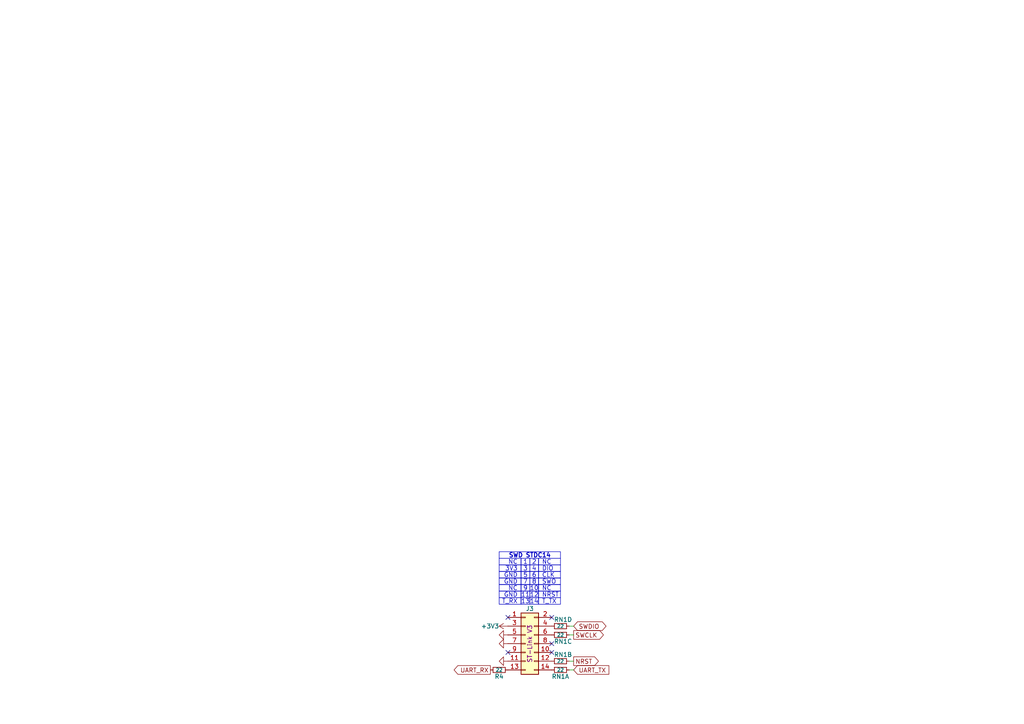
<source format=kicad_sch>
(kicad_sch (version 20250114) (generator "eeschema") (generator_version "9.0")
  (paper "A4")
  (lib_symbols
    (symbol "Connector_Generic:Conn_02x07_Odd_Even" (pin_names (offset 1.016) (hide yes))
      (property "Reference" "J" (at 1.27 10.16 0))
      (property "Value" "Conn_02x07_Odd_Even" (at 1.27 -10.16 0))
      (symbol "Conn_02x07_Odd_Even_1_1"
        (rectangle (start -1.27 8.89) (end 3.81 -8.89) (stroke (width 0.254)) (fill (type background)))
        (rectangle (start -1.27 7.747) (end 0 7.493) (stroke (width 0.1524)))
        (rectangle (start -1.27 5.207) (end 0 4.953) (stroke (width 0.1524)))
        (rectangle (start -1.27 2.667) (end 0 2.413) (stroke (width 0.1524)))
        (rectangle (start -1.27 0.127) (end 0 -0.127) (stroke (width 0.1524)))
        (rectangle (start -1.27 -2.413) (end 0 -2.667) (stroke (width 0.1524)))
        (rectangle (start -1.27 -4.953) (end 0 -5.207) (stroke (width 0.1524)))
        (rectangle (start -1.27 -7.493) (end 0 -7.747) (stroke (width 0.1524)))
        (rectangle (start 3.81 7.747) (end 2.54 7.493) (stroke (width 0.1524)))
        (rectangle (start 3.81 5.207) (end 2.54 4.953) (stroke (width 0.1524)))
        (rectangle (start 3.81 2.667) (end 2.54 2.413) (stroke (width 0.1524)))
        (rectangle (start 3.81 0.127) (end 2.54 -0.127) (stroke (width 0.1524)))
        (rectangle (start 3.81 -2.413) (end 2.54 -2.667) (stroke (width 0.1524)))
        (rectangle (start 3.81 -4.953) (end 2.54 -5.207) (stroke (width 0.1524)))
        (rectangle (start 3.81 -7.493) (end 2.54 -7.747) (stroke (width 0.1524)))
        (pin passive line (at -5.08 7.62 0) (length 3.81) (name "Pin_1") (number "1"))
        (pin passive line (at -5.08 5.08 0) (length 3.81) (name "Pin_3") (number "3"))
        (pin passive line (at -5.08 2.54 0) (length 3.81) (name "Pin_5") (number "5"))
        (pin passive line (at -5.08 0 0) (length 3.81) (name "Pin_7") (number "7"))
        (pin passive line (at -5.08 -2.54 0) (length 3.81) (name "Pin_9") (number "9"))
        (pin passive line (at -5.08 -5.08 0) (length 3.81) (name "Pin_11") (number "11"))
        (pin passive line (at -5.08 -7.62 0) (length 3.81) (name "Pin_13") (number "13"))
        (pin passive line (at 7.62 7.62 180) (length 3.81) (name "Pin_2") (number "2"))
        (pin passive line (at 7.62 5.08 180) (length 3.81) (name "Pin_4") (number "4"))
        (pin passive line (at 7.62 2.54 180) (length 3.81) (name "Pin_6") (number "6"))
        (pin passive line (at 7.62 0 180) (length 3.81) (name "Pin_8") (number "8"))
        (pin passive line (at 7.62 -2.54 180) (length 3.81) (name "Pin_10") (number "10"))
        (pin passive line (at 7.62 -5.08 180) (length 3.81) (name "Pin_12") (number "12"))
        (pin passive line (at 7.62 -7.62 180) (length 3.81) (name "Pin_14") (number "14"))
      )
    )
    (symbol "Device:R_Small" (pin_numbers (hide yes)) (pin_names (offset 0.254) (hide yes))
      (property "Reference" "R" (at 0.762 0.508 0))
      (property "Value" "R_Small" (at 0.762 -1.016 0))
      (symbol "R_Small_0_1"
        (rectangle (start -0.762 1.778) (end 0.762 -1.778) (stroke (width 0.2032)))
      )
      (symbol "R_Small_1_1"
        (pin passive line (at 0 2.54 270) (length 0.762) (name "~") (number "1"))
        (pin passive line (at 0 -2.54 90) (length 0.762) (name "~") (number "2"))
      )
    )
    (symbol "my_additions:R_Pack04_Split_Small" (pin_numbers (hide yes)) (pin_names (offset 0) (hide yes))
      (property "Reference" "RN" (at -1.778 0 90))
      (property "Value" "R_Pack04_Split_Small" (at 1.778 -1.016 90))
      (symbol "R_Pack04_Split_Small_0_1"
        (rectangle (start -0.762 1.778) (end 0.762 -1.778) (stroke (width 0.2032)))
      )
      (symbol "R_Pack04_Split_Small_1_1"
        (pin passive line (at 0 2.54 270) (length 0.762) (name "R1.2") (number "8"))
        (pin passive line (at 0 -2.54 90) (length 0.762) (name "R1.1") (number "1"))
      )
      (symbol "R_Pack04_Split_Small_2_1"
        (pin passive line (at 0 2.54 270) (length 0.762) (name "R2.2") (number "7"))
        (pin passive line (at 0 -2.54 90) (length 0.762) (name "R2.1") (number "2"))
      )
      (symbol "R_Pack04_Split_Small_3_1"
        (pin passive line (at 0 2.54 270) (length 0.762) (name "R3.2") (number "6"))
        (pin passive line (at 0 -2.54 90) (length 0.762) (name "R3.1") (number "3"))
      )
      (symbol "R_Pack04_Split_Small_4_1"
        (pin passive line (at 0 2.54 270) (length 0.762) (name "R4.2") (number "5"))
        (pin passive line (at 0 -2.54 90) (length 0.762) (name "R4.1") (number "4"))
      )
    )
    (symbol "power:+3V3" (power) (pin_numbers (hide yes)) (pin_names (offset 0) (hide yes))
      (property "Value" "+3V3" (at 0 3.556 0))
      (symbol "+3V3_0_1"
        (polyline (pts (xy -0.762 1.27) (xy 0 2.54)))
        (polyline (pts (xy 0 2.54) (xy 0.762 1.27)))
        (polyline (pts (xy 0 0) (xy 0 2.54)))
      )
      (symbol "+3V3_1_1"
        (pin power_in line (at 0 0 90) (length 0) (name "~") (number "1"))
      )
    )
    (symbol "power:GND" (power) (pin_numbers (hide yes)) (pin_names (offset 0) (hide yes))
      (property "Value" "GND" (at 0 -3.81 0))
      (symbol "GND_0_1"
        (polyline (pts (xy 0 0) (xy 0 -1.27) (xy 1.27 -1.27) (xy 0 -2.54) (xy -1.27 -1.27) (xy 0 -1.27)))
      )
      (symbol "GND_1_1"
        (pin power_in line (at 0 0 270) (length 0) (name "~") (number "1"))
      )
    )
  )
  (text_box "NC" (at 156.21 161.925 0) (size 6.35 1.905) (margins 0.9525 0.9525 0.9525 0.9525) (effects (font (size 1.27 1.27)) (justify left)))
  (text_box "GND" (at 144.78 165.735 0) (size 6.35 1.905) (margins 0.9525 0.9525 0.9525 0.9525) (effects (font (size 1.27 1.27)) (justify right)))
  (text_box "3V3" (at 144.78 163.83 0) (size 6.35 1.905) (margins 0.9525 0.9525 0.9525 0.9525) (effects (font (size 1.27 1.27)) (justify right)))
  (text_box "GND" (at 144.78 167.64 0) (size 6.35 1.905) (margins 0.9525 0.9525 0.9525 0.9525) (effects (font (size 1.27 1.27)) (justify right)))
  (text_box "14" (at 153.67 173.355 0) (size 2.54 1.905) (margins 0.9525 0.9525 0.9525 0.9525) (effects (font (size 1.27 1.27))))
  (text_box "4" (at 153.67 163.83 0) (size 2.54 1.905) (margins 0.9525 0.9525 0.9525 0.9525) (effects (font (size 1.27 1.27))))
  (text_box "NC" (at 144.78 169.545 0) (size 6.35 1.905) (margins 0.9525 0.9525 0.9525 0.9525) (effects (font (size 1.27 1.27)) (justify right)))
  (text_box "NC" (at 144.78 161.925 0) (size 6.35 1.905) (margins 0.9525 0.9525 0.9525 0.9525) (effects (font (size 1.27 1.27)) (justify right)))
  (text_box "DIO" (at 156.21 163.83 0) (size 6.35 1.905) (margins 0.9525 0.9525 0.9525 0.9525) (effects (font (size 1.27 1.27)) (justify left)))
  (text_box "6" (at 153.67 165.735 0) (size 2.54 1.905) (margins 0.9525 0.9525 0.9525 0.9525) (effects (font (size 1.27 1.27))))
  (text_box "9" (at 151.13 169.545 0) (size 2.54 1.905) (margins 0.9525 0.9525 0.9525 0.9525) (effects (font (size 1.27 1.27))))
  (text_box "T_RX" (at 144.78 173.355 0) (size 6.35 1.905) (margins 0.9525 0.9525 0.9525 0.9525) (effects (font (size 1.27 1.27)) (justify right)))
  (text_box "2" (at 153.67 161.925 0) (size 2.54 1.905) (margins 0.9525 0.9525 0.9525 0.9525) (effects (font (size 1.27 1.27))))
  (text_box "1" (at 151.13 161.925 0) (size 2.54 1.905) (margins 0.9525 0.9525 0.9525 0.9525) (effects (font (size 1.27 1.27))))
  (text_box "NC" (at 156.21 169.545 0) (size 6.35 1.905) (margins 0.9525 0.9525 0.9525 0.9525) (effects (font (size 1.27 1.27)) (justify left)))
  (text_box "8" (at 153.67 167.64 0) (size 2.54 1.905) (margins 0.9525 0.9525 0.9525 0.9525) (effects (font (size 1.27 1.27))))
  (text_box "CLK" (at 156.21 165.735 0) (size 6.35 1.905) (margins 0.9525 0.9525 0.9525 0.9525) (effects (font (size 1.27 1.27)) (justify left)))
  (text_box "7" (at 151.13 167.64 0) (size 2.54 1.905) (margins 0.9525 0.9525 0.9525 0.9525) (effects (font (size 1.27 1.27))))
  (text_box "11" (at 151.13 171.45 0) (size 2.54 1.905) (margins 0.9525 0.9525 0.9525 0.9525) (effects (font (size 1.27 1.27))))
  (text_box "13" (at 151.13 173.355 0) (size 2.54 1.905) (margins 0.9525 0.9525 0.9525 0.9525) (effects (font (size 1.27 1.27))))
  (text_box "NRST" (at 156.21 171.45 0) (size 6.35 1.905) (margins 0.9525 0.9525 0.9525 0.9525) (effects (font (size 1.27 1.27)) (justify left)))
  (text_box "3" (at 151.13 163.83 0) (size 2.54 1.905) (margins 0.9525 0.9525 0.9525 0.9525) (effects (font (size 1.27 1.27))))
  (text_box "GND" (at 144.78 171.45 0) (size 6.35 1.905) (margins 0.9525 0.9525 0.9525 0.9525) (effects (font (size 1.27 1.27)) (justify right)))
  (text_box "10" (at 153.67 169.545 0) (size 2.54 1.905) (margins 0.9525 0.9525 0.9525 0.9525) (effects (font (size 1.27 1.27))))
  (text_box "12" (at 153.67 171.45 0) (size 2.54 1.905) (margins 0.9525 0.9525 0.9525 0.9525) (effects (font (size 1.27 1.27))))
  (text_box "SWO" (at 156.21 167.64 0) (size 6.35 1.905) (margins 0.9525 0.9525 0.9525 0.9525) (effects (font (size 1.27 1.27)) (justify left)))
  (text_box "5" (at 151.13 165.735 0) (size 2.54 1.905) (margins 0.9525 0.9525 0.9525 0.9525) (effects (font (size 1.27 1.27))))
  (text_box "T_TX" (at 156.21 173.355 0) (size 6.35 1.905) (margins 0.9525 0.9525 0.9525 0.9525) (effects (font (size 1.27 1.27)) (justify left)))
  (text_box "SWD STDC14" (at 144.78 160.02 0) (size 17.78 1.905) (margins 0.9525 0.9525 0.9525 0.9525) (effects (font (size 1.27 1.27) (thickness 0.254) (bold yes))))
  (no_connect (at 160.02 186.69))
  (no_connect (at 160.02 189.23))
  (no_connect (at 147.32 179.07))
  (no_connect (at 147.32 189.23))
  (no_connect (at 160.02 179.07))
  (wire (pts (xy 166.37 194.31) (xy 165.1 194.31)))
  (wire (pts (xy 166.37 181.61) (xy 165.1 181.61)))
  (wire (pts (xy 166.37 191.77) (xy 165.1 191.77)))
  (wire (pts (xy 166.37 184.15) (xy 165.1 184.15)))
  (global_label "UART_RX" (shape output) (at 142.24 194.31 180) (property "Intersheetrefs" "${INTERSHEET_REFS}" (effects (hide yes))))
  (global_label "SWDIO" (shape bidirectional) (at 166.37 181.61 0) (property "Intersheetrefs" "${INTERSHEET_REFS}" (effects (hide yes))))
  (global_label "UART_TX" (shape input) (at 166.37 194.31 0) (property "Intersheetrefs" "${INTERSHEET_REFS}" (effects (hide yes))))
  (global_label "NRST" (shape output) (at 166.37 191.77 0) (property "Intersheetrefs" "${INTERSHEET_REFS}" (effects (hide yes))))
  (global_label "SWCLK" (shape output) (at 166.37 184.15 0) (property "Intersheetrefs" "${INTERSHEET_REFS}" (effects (hide yes))))
  (symbol (lib_id "my_additions:R_Pack04_Split_Small") (at 162.56 194.31 90) (unit 1)
    (property "Reference" "RN1" (at 162.56 196.215 90))
    (property "Value" "22" (at 162.56 194.31 90) (effects (font (size 1 1))))
    (property "Footprint" "Resistor_SMD:R_Array_Convex_4x0603" (effects (hide yes)))
    (property "Link" "https://aliexpress.ru/item/1005003529112557.html" (effects (hide yes)))
  )
  (symbol (lib_id "power:GND") (at 147.32 184.15 270) (unit 1)
    (property "Reference" "#PWR031" (effects (hide yes)))
    (property "Value" "GND" (effects (hide yes)))
    (property "Description" "Power symbol creates a global label with name \"GND\" , ground" (effects (hide yes)))
  )
  (symbol (lib_id "Connector_Generic:Conn_02x07_Odd_Even") (at 152.4 186.69 0) (unit 1)
    (property "Reference" "J3" (at 153.67 176.53 0))
    (property "Value" "Conn_02x07_Odd_Even" (effects (hide yes)))
    (property "Footprint" "Connector_PinHeader_1.27mm:PinHeader_2x07_P1.27mm_Vertical_SMD" (effects (hide yes)))
    (property "Label" "ST-Link V3" (at 153.67 186.69 90))
  )
  (symbol (lib_id "my_additions:R_Pack04_Split_Small") (at 162.56 191.77 90) (unit 2)
    (property "Reference" "RN1" (at 160.655 189.865 90) (effects (justify right)))
    (property "Value" "22" (at 162.56 191.77 90) (effects (font (size 1 1))))
    (property "Footprint" "Resistor_SMD:R_Array_Convex_4x0603" (effects (hide yes)))
    (property "Link" "https://aliexpress.ru/item/1005003529112557.html" (effects (hide yes)))
  )
  (symbol (lib_id "power:GND") (at 147.32 186.69 270) (unit 1)
    (property "Reference" "#PWR032" (effects (hide yes)))
    (property "Value" "GND" (effects (hide yes)))
    (property "Description" "Power symbol creates a global label with name \"GND\" , ground" (effects (hide yes)))
  )
  (symbol (lib_id "Device:R_Small") (at 144.78 194.31 270) (unit 1)
    (property "Reference" "R4" (at 144.78 196.215 90))
    (property "Value" "22" (at 144.78 194.31 90) (effects (font (size 1 1))))
    (property "Footprint" "Resistor_SMD:R_0805_2012Metric" (effects (hide yes)))
    (property "Link" "https://www.chipdip.ru/product/0.125w-0805-22-om-1" (effects (hide yes)))
  )
  (symbol (lib_id "my_additions:R_Pack04_Split_Small") (at 162.56 181.61 90) (unit 4)
    (property "Reference" "RN1" (at 160.655 179.705 90) (effects (justify right)))
    (property "Value" "22" (at 162.56 181.61 90) (effects (font (size 1 1))))
    (property "Footprint" "Resistor_SMD:R_Array_Convex_4x0603" (effects (hide yes)))
    (property "Link" "https://aliexpress.ru/item/1005003529112557.html" (effects (hide yes)))
  )
  (symbol (lib_id "my_additions:R_Pack04_Split_Small") (at 162.56 184.15 90) (unit 3)
    (property "Reference" "RN1" (at 160.655 186.055 90) (effects (justify right)))
    (property "Value" "22" (at 162.56 184.15 90) (effects (font (size 1 1))))
    (property "Footprint" "Resistor_SMD:R_Array_Convex_4x0603" (effects (hide yes)))
    (property "Link" "https://aliexpress.ru/item/1005003529112557.html" (effects (hide yes)))
  )
  (symbol (lib_id "power:GND") (at 147.32 191.77 270) (unit 1)
    (property "Reference" "#PWR033" (effects (hide yes)))
    (property "Value" "GND" (effects (hide yes)))
    (property "Description" "Power symbol creates a global label with name \"GND\" , ground" (effects (hide yes)))
  )
  (symbol (lib_id "power:+3V3") (at 147.32 181.61 90) (unit 1)
    (property "Reference" "#PWR030" (effects (hide yes)))
    (property "Value" "+3V3" (at 144.78 181.61 90) (effects (justify left)))
  )
)
</source>
